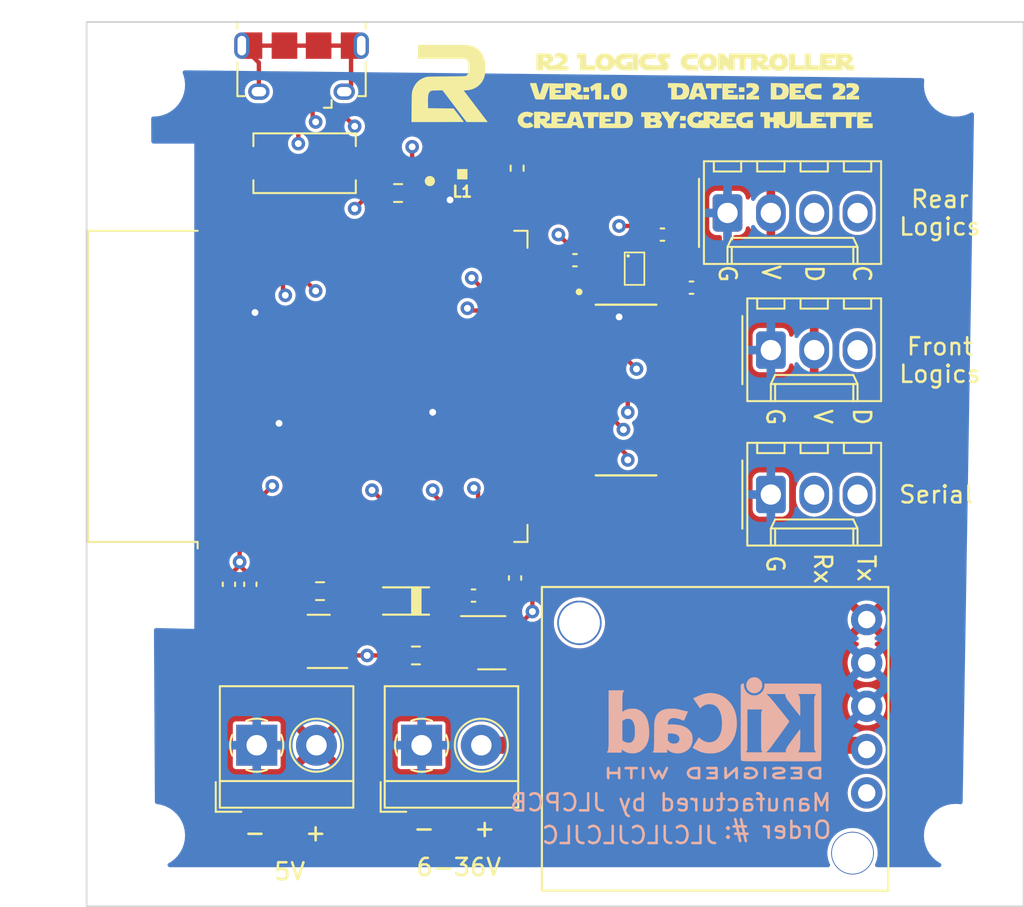
<source format=kicad_pcb>
(kicad_pcb (version 20211014) (generator pcbnew)
  (layers (0 "F.Cu" signal) (1 "In1.Cu" signal) (2 "In2.Cu" signal) (31 "B.Cu" signal) (34 "B.Paste" user) (35 "F.Paste" user) (36 "B.SilkS" user "B.Silkscreen") (37 "F.SilkS" user "F.Silkscreen") (38 "B.Mask" user) (39 "F.Mask" user) (44 "Edge.Cuts" user))
  (net 0 "")
  (net 1 "RX_FU")
  (net 2 "GND")
  (net 3 "+3.3V")
  (net 4 "VIN")
  (net 5 "VBUS")
  (net 7 "D-")
  (net 8 "D+")
  (net 10 "unconnected-(J1-Pad6)")
  (net 13 "+5V")
  (net 14 "REAR_LOGICS_CLOCK")
  (net 16 "Net-(R3-Pad1)")
  (net 17 "ST_LED_D")
  (net 22 "TX_FU")
  (net 30 "GPIO0")
  (net 33 "TXD0")
  (net 34 "RXD0")
  (net 42 "DTR")
  (net 43 "RTS")
  (net 45 "RESET")
  (net 46 "+12V")
  (net 47 "Net-(L1-Pad3)")
  (net 56 "REAR_LOGICS")
  (net 57 "FRONT_LOGICS")
  (footprint "Connector_Molex:Molex_KK-254_AE-6410-04A_1x04_P2.54mm_Vertical" (layer "F.Cu") (at 121.636 92.266)
    (fp_text reference "J2" hide)
    (fp_text value "Conn_01x04" hide)
    (pad "1" thru_hole roundrect locked (at 0 0) (size 1.74 2.19) (drill 1.19) (layers *.Cu *.Mask) (roundrect_rratio 0.1436781609) (net 2 "GND"))
    (pad "2" thru_hole oval locked (at 2.54 0) (size 1.74 2.19) (drill 1.19) (layers *.Cu *.Mask) (net 13 "+5V"))
    (pad "3" thru_hole oval locked (at 5.08 0) (size 1.74 2.19) (drill 1.19) (layers *.Cu *.Mask) (net 56 "REAR_LOGICS"))
    (pad "4" thru_hole oval locked (at 7.62 0) (size 1.74 2.19) (drill 1.19) (layers *.Cu *.Mask) (net 14 "REAR_LOGICS_CLOCK"))
  )
  (footprint "Capacitor_SMD:C_0402_1005Metric" (layer "F.Cu") (at 92.426 114.034 -90)
    (fp_text reference "C2" hide)
    (fp_text value "10uF" hide)
    (pad "1" smd roundrect locked (at -0.48 0 270) (size 0.56 0.62) (layers "F.Cu" "F.Paste" "F.Mask") (net 3 "+3.3V"))
    (pad "2" smd roundrect locked (at 0.48 0 270) (size 0.56 0.62) (layers "F.Cu" "F.Paste" "F.Mask") (net 2 "GND"))
  )
  (footprint "Custom:TS-1101S-B-B-B-W-A" (layer "F.Cu") (at 96.859 89.351)
    (fp_text reference "SW1" hide)
    (fp_text value "SW_Push" hide)
    (pad "1" smd roundrect (at -3.9 0) (size 2.2 1) (layers "F.Cu" "F.Paste" "F.Mask") (roundrect_rratio 0.1) (net 2 "GND"))
    (pad "2" smd roundrect (at 3.9 0) (size 2.2 1) (layers "F.Cu" "F.Paste" "F.Mask") (roundrect_rratio 0.1) (net 45 "RESET"))
  )
  (footprint "Resistor_SMD:R_0603_1608Metric" (layer "F.Cu") (at 103.38 118.206)
    (fp_text reference "R2" hide)
    (fp_text value "100K" hide)
    (pad "1" smd roundrect locked (at -0.825 0) (size 0.8 0.95) (layers "F.Cu" "F.Paste" "F.Mask") (net 5 "VBUS"))
    (pad "2" smd roundrect locked (at 0.825 0) (size 0.8 0.95) (layers "F.Cu" "F.Paste" "F.Mask") (net 2 "GND"))
  )
  (footprint "Resistor_SMD:R_0603_1608Metric" (layer "F.Cu") (at 102.336 91.098)
    (fp_text reference "R1" hide)
    (fp_text value "10K" hide)
    (pad "1" smd roundrect locked (at -0.825 0) (size 0.8 0.95) (layers "F.Cu" "F.Paste" "F.Mask") (net 3 "+3.3V"))
    (pad "2" smd roundrect locked (at 0.825 0) (size 0.8 0.95) (layers "F.Cu" "F.Paste" "F.Mask") (net 45 "RESET"))
  )
  (footprint "TerminalBlock_4Ucon:TerminalBlock_4Ucon_1x02_P3.50mm_Horizontal" (layer "F.Cu") (at 94.054 123.47)
    (fp_text reference "J7" hide)
    (fp_text value "5V OUT" hide)
    (pad "1" thru_hole rect locked (at 0 0) (size 2.4 2.4) (drill 1.2) (layers *.Cu *.Mask) (net 2 "GND"))
    (pad "2" thru_hole circle locked (at 3.5 0) (size 2.4 2.4) (drill 1.2) (layers *.Cu *.Mask) (net 13 "+5V"))
  )
  (footprint "Capacitor_SMD:C_0402_1005Metric" (layer "F.Cu") (at 112.698 95.036)
    (fp_text reference "C4" hide)
    (fp_text value "10uF" hide)
    (pad "1" smd roundrect locked (at -0.48 0) (size 0.56 0.62) (layers "F.Cu" "F.Paste" "F.Mask") (net 3 "+3.3V"))
    (pad "2" smd roundrect locked (at 0.48 0) (size 0.56 0.62) (layers "F.Cu" "F.Paste" "F.Mask") (net 2 "GND"))
  )
  (footprint "MountingHole:MountingHole_3.2mm_M3" (layer "F.Cu") (at 88 84.762)
    (fp_text reference "REF**" hide)
    (fp_text value "MountingHole_3.2mm_M3" hide)
    (pad "" np_thru_hole circle locked (at 0 0) (size 3.2 3.2) (drill 3.2) (layers *.Cu *.Mask))
  )
  (footprint "Connector_Molex:Molex_KK-254_AE-6410-03A_1x03_P2.54mm_Vertical" (layer "F.Cu") (at 124.176 108.774)
    (fp_text reference "J12" hide)
    (fp_text value "SERIAL_FU" hide)
    (pad "1" thru_hole roundrect locked (at 0 0) (size 1.74 2.19) (drill 1.19) (layers *.Cu *.Mask) (roundrect_rratio 0.1436781609) (net 2 "GND"))
    (pad "2" thru_hole oval locked (at 2.54 0) (size 1.74 2.19) (drill 1.19) (layers *.Cu *.Mask) (net 1 "RX_FU"))
    (pad "3" thru_hole oval locked (at 5.08 0) (size 1.74 2.19) (drill 1.19) (layers *.Cu *.Mask) (net 22 "TX_FU"))
  )
  (footprint "Custom:SOD3716X135N" (layer "F.Cu") (at 102.8045 115.0145 180)
    (fp_text reference "CR1" hide)
    (fp_text value "B5819W-TP" hide)
    (pad "A" smd rect (at 1.6383 0 180) (size 0.9144 1.2192) (layers "F.Cu" "F.Paste" "F.Mask") (net 5 "VBUS"))
    (pad "C" smd rect (at -1.6383 0 180) (size 0.9144 1.2192) (layers "F.Cu" "F.Paste" "F.Mask") (net 4 "VIN"))
  )
  (footprint "MountingHole:MountingHole_3.2mm_M3" (layer "F.Cu") (at 135 84.762)
    (fp_text reference "REF**" hide)
    (fp_text value "MountingHole_3.2mm_M3" hide)
    (pad "" np_thru_hole circle locked (at 0 0) (size 3.2 3.2) (drill 3.2) (layers *.Cu *.Mask))
  )
  (footprint "Resistor_SMD:R_0603_1608Metric" (layer "F.Cu") (at 97.764 114.436)
    (fp_text reference "R3" hide)
    (fp_text value "100K" hide)
    (pad "1" smd roundrect locked (at -0.825 0) (size 0.8 0.95) (layers "F.Cu" "F.Paste" "F.Mask") (net 16 "Net-(R3-Pad1)"))
    (pad "2" smd roundrect locked (at 0.825 0) (size 0.8 0.95) (layers "F.Cu" "F.Paste" "F.Mask") (net 4 "VIN"))
  )
  (footprint "Capacitor_SMD:C_0402_1005Metric" (layer "F.Cu") (at 109.19 113.664 90)
    (fp_text reference "C7" hide)
    (fp_text value "1uF" hide)
    (pad "1" smd roundrect locked (at -0.48 0 90) (size 0.56 0.62) (layers "F.Cu" "F.Paste" "F.Mask") (net 3 "+3.3V"))
    (pad "2" smd roundrect locked (at 0.48 0 90) (size 0.56 0.62) (layers "F.Cu" "F.Paste" "F.Mask") (net 2 "GND"))
  )
  (footprint "MountingHole:MountingHole_3.2mm_M3" (layer "F.Cu") (at 135 128.762)
    (fp_text reference "REF**" hide)
    (fp_text value "MountingHole_3.2mm_M3" hide)
    (pad "" np_thru_hole circle locked (at 0 0) (size 3.2 3.2) (drill 3.2) (layers *.Cu *.Mask))
  )
  (footprint "Custom:SOIC127P600X180-16N" (layer "F.Cu") (at 115.691 102.648)
    (fp_text reference "U4" hide)
    (fp_text value "CH340C" hide)
    (pad "1" smd roundrect (at -2.75 -4.445) (size 1.31 0.62) (layers "F.Cu" "F.Paste" "F.Mask") (roundrect_rratio 0.08) (net 2 "GND"))
    (pad "2" smd roundrect (at -2.75 -3.175) (size 1.31 0.62) (layers "F.Cu" "F.Paste" "F.Mask") (roundrect_rratio 0.08) (net 34 "RXD0"))
    (pad "3" smd roundrect (at -2.75 -1.905) (size 1.31 0.62) (layers "F.Cu" "F.Paste" "F.Mask") (roundrect_rratio 0.08) (net 33 "TXD0"))
    (pad "4" smd roundrect (at -2.75 -0.635) (size 1.31 0.62) (layers "F.Cu" "F.Paste" "F.Mask") (roundrect_rratio 0.08) (net 3 "+3.3V"))
    (pad "5" smd roundrect (at -2.75 0.635) (size 1.31 0.62) (layers "F.Cu" "F.Paste" "F.Mask") (roundrect_rratio 0.08) (net 8 "D+"))
    (pad "6" smd roundrect (at -2.75 1.905) (size 1.31 0.62) (layers "F.Cu" "F.Paste" "F.Mask") (roundrect_rratio 0.08) (net 7 "D-"))
    (pad "7" smd roundrect (at -2.75 3.175) (size 1.31 0.62) (layers "F.Cu" "F.Paste" "F.Mask") (roundrect_rratio 0.08))
    (pad "8" smd roundrect (at -2.75 4.445) (size 1.31 0.62) (layers "F.Cu" "F.Paste" "F.Mask") (roundrect_rratio 0.08))
    (pad "9" smd roundrect (at 2.75 4.445) (size 1.31 0.62) (layers "F.Cu" "F.Paste" "F.Mask") (roundrect_rratio 0.08))
    (pad "10" smd roundrect (at 2.75 3.175) (size 1.31 0.62) (layers "F.Cu" "F.Paste" "F.Mask") (roundrect_rratio 0.08))
    (pad "11" smd roundrect (at 2.75 1.905) (size 1.31 0.62) (layers "F.Cu" "F.Paste" "F.Mask") (roundrect_rratio 0.08))
    (pad "12" smd roundrect (at 2.75 0.635) (size 1.31 0.62) (layers "F.Cu" "F.Paste" "F.Mask") (roundrect_rratio 0.08))
    (pad "13" smd roundrect (at 2.75 -0.635) (size 1.31 0.62) (layers "F.Cu" "F.Paste" "F.Mask") (roundrect_rratio 0.08) (net 42 "DTR"))
    (pad "14" smd roundrect (at 2.75 -1.905) (size 1.31 0.62) (layers "F.Cu" "F.Paste" "F.Mask") (roundrect_rratio 0.08) (net 43 "RTS"))
    (pad "15" smd roundrect (at 2.75 -3.175) (size 1.31 0.62) (layers "F.Cu" "F.Paste" "F.Mask") (roundrect_rratio 0.08))
    (pad "16" smd roundrect (at 2.75 -4.445) (size 1.31 0.62) (layers "F.Cu" "F.Paste" "F.Mask") (roundrect_rratio 0.08) (net 3 "+3.3V"))
  )
  (footprint "Capacitor_SMD:C_0402_1005Metric" (layer "F.Cu") (at 119.528 96.646)
    (fp_text reference "C6" hide)
    (fp_text value "100nF" hide)
    (pad "1" smd roundrect locked (at -0.48 0) (size 0.56 0.62) (layers "F.Cu" "F.Paste" "F.Mask") (net 3 "+3.3V"))
    (pad "2" smd roundrect locked (at 0.48 0) (size 0.56 0.62) (layers "F.Cu" "F.Paste" "F.Mask") (net 2 "GND"))
  )
  (footprint "Capacitor_SMD:C_0402_1005Metric" (layer "F.Cu") (at 106.756 114.696 180)
    (fp_text reference "C5" hide)
    (fp_text value "1uF" hide)
    (pad "1" smd roundrect locked (at -0.48 0 180) (size 0.56 0.62) (layers "F.Cu" "F.Paste" "F.Mask") (net 2 "GND"))
    (pad "2" smd roundrect locked (at 0.48 0 180) (size 0.56 0.62) (layers "F.Cu" "F.Paste" "F.Mask") (net 4 "VIN"))
  )
  (footprint "Pololu:VoltageREG_2851" (layer "F.Cu") (at 120.912 123.094 180)
    (fp_text reference "U6" hide)
    (fp_text value "D24V550F5_Step_Down_Regulator" hide)
    (pad "0" thru_hole circle (at -8.88 -3.17 180) (size 1.836 1.836) (drill 1.02) (layers *.Cu *.Mask))
    (pad "1" thru_hole circle (at -8.88 -0.63 180) (size 1.836 1.836) (drill 1.02) (layers *.Cu *.Mask) (net 46 "+12V"))
    (pad "2" thru_hole circle (at -8.88 1.91 180) (size 1.836 1.836) (drill 1.02) (layers *.Cu *.Mask) (net 2 "GND"))
    (pad "4" thru_hole circle (at -8.88 4.45 180) (size 1.836 1.836) (drill 1.02) (layers *.Cu *.Mask) (net 2 "GND"))
    (pad "5" thru_hole circle (at -8.88 6.99 180) (size 1.836 1.836) (drill 1.02) (layers *.Cu *.Mask) (net 13 "+5V"))
    (pad "P1" thru_hole circle (at -8.05 -6.7 180) (size 2.5 2.5) (drill 2.4) (layers *.Cu *.Mask))
    (pad "P2" thru_hole circle (at 7.95 6.8 180) (size 2.6 2.6) (drill 2.4) (layers *.Cu *.Mask))
  )
  (footprint "Capacitor_SMD:C_0402_1005Metric" (layer "F.Cu") (at 93.68 114.034 -90)
    (fp_text reference "C3" hide)
    (fp_text value "100nF" hide)
    (pad "1" smd roundrect locked (at -0.48 0 270) (size 0.56 0.62) (layers "F.Cu" "F.Paste" "F.Mask") (net 3 "+3.3V"))
    (pad "2" smd roundrect locked (at 0.48 0 270) (size 0.56 0.62) (layers "F.Cu" "F.Paste" "F.Mask") (net 2 "GND"))
  )
  (footprint "TerminalBlock_4Ucon:TerminalBlock_4Ucon_1x02_P3.50mm_Horizontal" (layer "F.Cu") (at 103.714 123.47)
    (fp_text reference "J5" hide)
    (fp_text value "12OUT" hide)
    (pad "1" thru_hole rect locked (at 0 0) (size 2.4 2.4) (drill 1.2) (layers *.Cu *.Mask) (net 2 "GND"))
    (pad "2" thru_hole circle locked (at 3.5 0) (size 2.4 2.4) (drill 1.2) (layers *.Cu *.Mask) (net 46 "+12V"))
  )
  (footprint "Logos:DomeLogicsControllerv2small" (layer "F.Cu") (at 119.604 84.9)
    (fp_text reference "G***" hide)
    (fp_text value "LOGO" hide)
  )
  (footprint "Custom:WS2812B-2020" (layer "F.Cu") (at 106.098 89.397 180)
    (fp_text reference "L1" (at 0 -1.624 180) (layer "F.SilkS") (effects (font (size 0.64 0.64))))
    (fp_text value "WS2812B-2020")
    (pad "1" smd rect (at 1.015 0.65 180) (size 1 1) (layers "F.Cu" "F.Paste" "F.Mask"))
    (pad "2" smd rect (at 1.015 -0.65 180) (size 1 1) (layers "F.Cu" "F.Paste" "F.Mask") (net 2 "GND"))
    (pad "3" smd rect (at -1.015 -0.65 180) (size 1 1) (layers "F.Cu" "F.Paste" "F.Mask") (net 47 "Net-(L1-Pad3)"))
    (pad "4" smd rect (at -1.015 0.65 180) (size 1 1) (layers "F.Cu" "F.Paste" "F.Mask") (net 13 "+5V"))
  )
  (footprint "Package_TO_SOT_SMD:SOT-23" (layer "F.Cu") (at 97.686 117.382 180)
    (fp_text reference "U2" hide)
    (fp_text value "CJ2301_S1" hide)
    (pad "1" smd roundrect (at -0.9375 -0.95 180) (size 1.475 0.6) (layers "F.Cu" "F.Paste" "F.Mask") (net 5 "VBUS"))
    (pad "2" smd roundrect (at -0.9375 0.95 180) (size 1.475 0.6) (layers "F.Cu" "F.Paste" "F.Mask") (net 4 "VIN"))
    (pad "3" smd roundrect (at 0.9375 0 180) (size 1.475 0.6) (layers "F.Cu" "F.Paste" "F.Mask") (net 13 "+5V"))
  )
  (footprint "Custom:UMT6" (layer "F.Cu") (at 116.189 95.5318)
    (fp_text reference "U5" hide)
    (fp_text value "UMH3N" hide)
    (pad "1" smd rect (at -0.925 -0.65) (size 0.5 0.3) (layers "F.Cu") (net 43 "RTS"))
    (pad "2" smd rect (at -0.925 0) (size 0.5 0.3) (layers "F.Cu") (net 42 "DTR"))
    (pad "3" smd rect (at -0.925 0.65) (size 0.5 0.3) (layers "F.Cu") (net 30 "GPIO0"))
    (pad "4" smd rect (at 0.925 0.65 180) (size 0.5 0.3) (layers "F.Cu") (net 42 "DTR"))
    (pad "5" smd rect (at 0.925 0 180) (size 0.5 0.3) (layers "F.Cu") (net 43 "RTS"))
    (pad "6" smd rect (at 0.925 -0.65 180) (size 0.5 0.3) (layers "F.Cu") (net 45 "RESET"))
  )
  (footprint "Logos:R2_Logo_V2" (layer "F.Cu") (at 105.346 85.03)
    (fp_text reference "G***" hide)
    (fp_text value "LOGO" hide)
  )
  (footprint "MountingHole:MountingHole_3.2mm_M3" (layer "F.Cu") (at 88 128.762)
    (fp_text reference "REF**" hide)
    (fp_text value "MountingHole_3.2mm_M3" hide)
    (pad "" np_thru_hole circle locked (at 0 0) (size 3.2 3.2) (drill 3.2) (layers *.Cu *.Mask))
  )
  (footprint "Capacitor_SMD:C_0402_1005Metric" (layer "F.Cu") (at 117.826 93.536)
    (fp_text reference "C1" hide)
    (fp_text value "100nF" hide)
    (pad "1" smd roundrect locked (at -0.48 0) (size 0.56 0.62) (layers "F.Cu" "F.Paste" "F.Mask") (net 45 "RESET"))
    (pad "2" smd roundrect locked (at 0.48 0) (size 0.56 0.62) (layers "F.Cu" "F.Paste" "F.Mask") (net 2 "GND"))
  )
  (footprint "Connector_Molex:Molex_KK-254_AE-6410-03A_1x03_P2.54mm_Vertical" (layer "F.Cu") (at 124.176 100.306)
    (fp_text reference "J3" hide)
    (fp_text value "Front Logics" hide)
    (pad "1" thru_hole roundrect locked (at 0 0) (size 1.74 2.19) (drill 1.19) (layers *.Cu *.Mask) (roundrect_rratio 0.1436781609) (net 2 "GND"))
    (pad "2" thru_hole oval locked (at 2.54 0) (size 1.74 2.19) (drill 1.19) (layers *.Cu *.Mask) (net 13 "+5V"))
    (pad "3" thru_hole oval locked (at 5.08 0) (size 1.74 2.19) (drill 1.19) (layers *.Cu *.Mask) (net 57 "FRONT_LOGICS"))
  )
  (footprint "Resistor_SMD:R_0402_1005Metric" (layer "F.Cu") (at 109.31 89.644 90)
    (fp_text reference "R4" hide)
    (fp_text value "220" hide)
    (pad "1" smd roundrect locked (at -0.51 0 90) (size 0.54 0.64) (layers "F.Cu" "F.Paste" "F.Mask") (net 17 "ST_LED_D"))
    (pad "2" smd roundrect locked (at 0.51 0 90) (size 0.54 0.64) (layers "F.Cu" "F.Paste" "F.Mask") (net 47 "Net-(L1-Pad3)"))
  )
  (footprint "RF_Module:ESP32-WROOM-32" (layer "F.Cu") (at 100.038 102.432 90)
    (fp_text reference "U1" hide)
    (fp_text value "ESP32-WROOM-32D_16MB_" hide)
    (pad "1" smd rect locked (at -8.5 -8.255 90) (size 2 0.9) (layers "F.Cu" "F.Paste" "F.Mask") (net 2 "GND"))
    (pad "2" smd rect locked (at -8.5 -6.985 90) (size 2 0.9) (layers "F.Cu" "F.Paste" "F.Mask") (net 3 "+3.3V"))
    (pad "3" smd rect locked (at -8.5 -5.715 90) (size 2 0.9) (layers "F.Cu" "F.Paste" "F.Mask") (net 45 "RESET"))
    (pad "4" smd rect locked (at -8.5 -4.445 90) (size 2 0.9) (layers "F.Cu" "F.Paste" "F.Mask"))
    (pad "5" smd rect locked (at -8.5 -3.175 90) (size 2 0.9) (layers "F.Cu" "F.Paste" "F.Mask"))
    (pad "6" smd rect locked (at -8.5 -1.905 90) (size 2 0.9) (layers "F.Cu" "F.Paste" "F.Mask"))
    (pad "7" smd rect locked (at -8.5 -0.635 90) (size 2 0.9) (layers "F.Cu" "F.Paste" "F.Mask"))
    (pad "8" smd rect locked (at -8.5 0.635 90) (size 2 0.9) (layers "F.Cu" "F.Paste" "F.Mask"))
    (pad "9" smd rect locked (at -8.5 1.905 90) (size 2 0.9) (layers "F.Cu" "F.Paste" "F.Mask") (net 56 "REAR_LOGICS"))
    (pad "10" smd rect locked (at -8.5 3.175 90) (size 2 0.9) (layers "F.Cu" "F.Paste" "F.Mask"))
    (pad "11" smd rect locked (at -8.5 4.445 90) (size 2 0.9) (layers "F.Cu" "F.Paste" "F.Mask"))
    (pad "12" smd rect locked (at -8.5 5.715 90) (size 2 0.9) (layers "F.Cu" "F.Paste" "F.Mask") (net 22 "TX_FU"))
    (pad "13" smd rect locked (at -8.5 6.985 90) (size 2 0.9) (layers "F.Cu" "F.Paste" "F.Mask") (net 1 "RX_FU"))
    (pad "14" smd rect locked (at -8.5 8.255 90) (size 2 0.9) (layers "F.Cu" "F.Paste" "F.Mask"))
    (pad "15" smd rect locked (at -5.715 9.255 180) (size 2 0.9) (layers "F.Cu" "F.Paste" "F.Mask") (net 2 "GND"))
    (pad "16" smd rect locked (at -4.445 9.255 180) (size 2 0.9) (layers "F.Cu" "F.Paste" "F.Mask"))
    (pad "17" smd rect locked (at -3.175 9.255 180) (size 2 0.9) (layers "F.Cu" "F.Paste" "F.Mask"))
    (pad "18" smd rect locked (at -1.905 9.255 180) (size 2 0.9) (layers "F.Cu" "F.Paste" "F.Mask"))
    (pad "19" smd rect locked (at -0.635 9.255 180) (size 2 0.9) (layers "F.Cu" "F.Paste" "F.Mask"))
    (pad "20" smd rect locked (at 0.635 9.255 180) (size 2 0.9) (layers "F.Cu" "F.Paste" "F.Mask"))
    (pad "21" smd rect locked (at 1.905 9.255 180) (size 2 0.9) (layers "F.Cu" "F.Paste" "F.Mask"))
    (pad "22" smd rect locked (at 3.175 9.255 180) (size 2 0.9) (layers "F.Cu" "F.Paste" "F.Mask"))
    (pad "23" smd rect locked (at 4.445 9.255 180) (size 2 0.9) (layers "F.Cu" "F.Paste" "F.Mask") (net 57 "FRONT_LOGICS"))
    (pad "24" smd rect locked (at 5.715 9.255 180) (size 2 0.9) (layers "F.Cu" "F.Paste" "F.Mask") (net 14 "REAR_LOGICS_CLOCK"))
    (pad "25" smd rect locked (at 8.5 8.255 90) (size 2 0.9) (layers "F.Cu" "F.Paste" "F.Mask") (net 30 "GPIO0"))
    (pad "26" smd rect locked (at 8.5 6.985 90) (size 2 0.9) (layers "F.Cu" "F.Paste" "F.Mask") (net 17 "ST_LED_D"))
    (pad "27" smd rect locked (at 8.5 5.715 90) (size 2 0.9) (layers "F.Cu" "F.Paste" "F.Mask"))
    (pad "28" smd rect locked (at 8.5 4.445 90) (size 2 0.9) (layers "F.Cu" "F.Paste" "F.Mask"))
    (pad "29" smd rect locked (at 8.5 3.175 90) (size 2 0.9) (layers "F.Cu" "F.Paste" "F.Mask"))
    (pad "30" smd rect locked (at 8.5 1.905 90) (size 2 0.9) (layers "F.Cu" "F.Paste" "F.Mask"))
    (pad "31" smd rect locked (at 8.5 0.635 90) (size 2 0.9) (layers "F.Cu" "F.Paste" "F.Mask"))
    (pad "32" smd rect locked (at 8.5 -0.635 90) (size 2 0.9) (layers "F.Cu" "F.Paste" "F.Mask"))
    (pad "33" smd rect locked (at 8.5 -1.905 90) (size 2 0.9) (layers "F.Cu" "F.Paste" "F.Mask"))
    (pad "34" smd rect locked (at 8.5 -3.175 90) (size 2 0.9) (layers "F.Cu" "F.Paste" "F.Mask") (net 34 "RXD0"))
    (pad "35" smd rect locked (at 8.5 -4.445 90) (size 2 0.9) (layers "F.Cu" "F.Paste" "F.Mask") (net 33 "TXD0"))
    (pad "36" smd rect locked (at 8.5 -5.715 90) (size 2 0.9) (layers "F.Cu" "F.Paste" "F.Mask"))
    (pad "37" smd rect locked (at 8.5 -6.985 90) (size 2 0.9) (layers "F.Cu" "F.Paste" "F.Mask"))
    (pad "38" smd rect locked (at 8.5 -8.255 90) (size 2 0.9) (layers "F.Cu" "F.Paste" "F.Mask") (net 2 "GND"))
    (pad "39" smd rect locked (at -1 -0.755 90) (size 5 5) (layers "F.Cu" "F.Paste" "F.Mask") (net 2 "GND"))
  )
  (footprint "Connector_USB:USB_Micro-B_Amphenol_10118194_Horizontal" (layer "F.Cu") (at 96.68 83.758 180)
    (fp_text reference "J1" hide)
    (fp_text value "USB_B_Micro" hide)
    (pad "1" smd rect locked (at -1.3 -1.4 180) (size 0.4 1.35) (layers "F.Cu" "F.Paste" "F.Mask") (net 5 "VBUS"))
    (pad "2" smd rect locked (at -0.65 -1.4 180) (size 0.4 1.35) (layers "F.Cu" "F.Paste" "F.Mask") (net 7 "D-"))
    (pad "3" smd rect locked (at 0 -1.4 180) (size 0.4 1.35) (layers "F.Cu" "F.Paste" "F.Mask") (net 8 "D+"))
    (pad "4" smd rect locked (at 0.65 -1.4 180) (size 0.4 1.35) (layers "F.Cu" "F.Paste" "F.Mask"))
    (pad "5" smd rect locked (at 1.3 -1.4 180) (size 0.4 1.35) (layers "F.Cu" "F.Paste" "F.Mask") (net 2 "GND"))
    (pad "6" thru_hole oval locked (at 2.5 -1.4 180) (size 1.25 0.95) (drill oval 0.85 0.55) (layers *.Cu *.Mask) (net 10 "unconnected-(J1-Pad6)"))
    (pad "6" smd rect locked (at -1 1.3 180) (size 1.5 1.55) (layers "F.Cu" "F.Paste" "F.Mask") (net 10 "unconnected-(J1-Pad6)"))
    (pad "6" thru_hole oval locked (at -3.5 1.3 180) (size 0.89 1.55) (drill oval 0.5 1.15) (layers *.Cu *.Mask) (net 10 "unconnected-(J1-Pad6)"))
    (pad "6" smd rect locked (at 1 1.3 180) (size 1.5 1.55) (layers "F.Cu" "F.Paste" "F.Mask") (net 10 "unconnected-(J1-Pad6)"))
    (pad "6" smd rect locked (at -2.9 1.3 180) (size 1.2 1.55) (layers "F.Cu" "F.Paste" "F.Mask") (net 10 "unconnected-(J1-Pad6)"))
    (pad "6" smd rect locked (at 2.9 1.3 180) (size 1.2 1.55) (layers "F.Cu" "F.Paste" "F.Mask") (net 10 "unconnected-(J1-Pad6)"))
    (pad "6" thru_hole oval locked (at 3.5 1.3 180) (size 0.89 1.55) (drill oval 0.5 1.15) (layers *.Cu *.Mask) (net 10 "unconnected-(J1-Pad6)"))
    (pad "6" thru_hole oval locked (at -2.5 -1.4 180) (size 1.25 0.95) (drill oval 0.85 0.55) (layers *.Cu *.Mask) (net 10 "unconnected-(J1-Pad6)"))
  )
  (footprint "Package_TO_SOT_SMD:SOT-23-5" (layer "F.Cu") (at 107.826 117.46)
    (fp_text reference "U3" hide)
    (fp_text value "ME6211C33M5G" hide)
    (pad "1" smd roundrect locked (at -1.1375 -0.95) (size 1.325 0.6) (layers "F.Cu" "F.Paste" "F.Mask") (net 4 "VIN"))
    (pad "2" smd roundrect locked (at -1.1375 0) (size 1.325 0.6) (layers "F.Cu" "F.Paste" "F.Mask") (net 2 "GND"))
    (pad "3" smd roundrect locked (at -1.1375 0.95) (size 1.325 0.6) (layers "F.Cu" "F.Paste" "F.Mask") (net 16 "Net-(R3-Pad1)"))
    (pad "4" smd roundrect locked (at 1.1375 0.95) (size 1.325 0.6) (layers "F.Cu" "F.Paste" "F.Mask"))
    (pad "5" smd roundrect locked (at 1.1375 -0.95) (size 1.325 0.6) (layers "F.Cu" "F.Paste" "F.Mask") (net 3 "+3.3V"))
  )
  (footprint "Symbol:KiCad-Logo2_5mm_SilkScreen" (layer "B.Cu") (at 120.86 122.466 180)
    (fp_text reference "REF**" hide)
    (fp_text value "KiCad-Logo2_5mm_SilkScreen" hide)
  )
  (gr_rect (start 84.086 81.072) (end 138.982 132.918) (layer "Edge.Cuts") (width 0.1) (fill none))
  (gr_text "Manufactured by JLCPCB\nOrder #:" (at 127.81 127.636) (layer "B.SilkS") (effects (font (size 1 1)) (justify left mirror)))
  (gr_text "JLCJLCJLCJLC" (at 115.91 128.746) (layer "B.SilkS") (effects (font (size 1 1)) (justify mirror)))
  (gr_text "Serial" (at 133.867714 108.776) (layer "F.SilkS") (effects (font (size 1 1))))
  (gr_text "Tx" (at 129.764 113.094 270) (layer "F.SilkS") (effects (font (size 1 1))))
  (gr_text "-" (at 103.856 128.334) (layer "F.SilkS") (effects (font (size 1 1))))
  (gr_text "D" (at 129.51 104.204 270) (layer "F.SilkS") (effects (font (size 1 1))))
  (gr_text "V" (at 127.224 104.204 270) (layer "F.SilkS") (effects (font (size 1 1))))
  (gr_text "+" (at 97.506 128.588) (layer "F.SilkS") (effects (font (size 1 1))))
  (gr_text "5V" (at 95.982 130.874) (layer "F.SilkS") (effects (font (size 1 1))))
  (gr_text "G" (at 124.43 104.204 270) (layer "F.SilkS") (effects (font (size 1 1))))
  (gr_text "D" (at 126.716 95.822 270) (layer "F.SilkS") (effects (font (size 1 1))))
  (gr_text "Rear\nLogics" (at 134.082 92.266) (layer "F.SilkS") (effects (font (size 1 1))))
  (gr_text "V" (at 124.176 95.750571 270) (layer "F.SilkS") (effects (font (size 1 1))))
  (gr_text "Rx" (at 127.224 113.094 270) (layer "F.SilkS") (effects (font (size 1 1))))
  (gr_text "G" (at 121.636 95.822 270) (layer "F.SilkS") (effects (font (size 1 1))))
  (gr_text "-" (at 93.95 128.588) (layer "F.SilkS") (effects (font (size 1 1))))
  (gr_text "Front\nLogics" (at 134.082 100.902) (layer "F.SilkS") (effects (font (size 1 1))))
  (gr_text "+" (at 107.412 128.334) (layer "F.SilkS") (effects (font (size 1 1))))
  (gr_text "6-36V" (at 105.888 130.62) (layer "F.SilkS") (effects (font (size 1 1))))
  (gr_text "C" (at 129.51 95.822 270) (layer "F.SilkS") (effects (font (size 1 1))))
  (gr_text "G" (at 124.43 112.84 270) (layer "F.SilkS") (effects (font (size 1 1))))
  (segment (start 107.023 110.932) (end 107.023 108.641) (width 0.25) (layer "F.Cu") (net 1))
  (segment (start 107.023 108.641) (end 106.777 108.395) (width 0.25) (layer "F.Cu") (net 1))
  (via (at 106.777 108.395) (size 0.8) (drill 0.4) (layers "F.Cu" "B.Cu") (net 1))
  (segment (start 92.959 88.939) (end 95.38 86.518) (width 0.254) (layer "F.Cu") (net 2))
  (segment (start 103.846 103.432) (end 99.283 103.432) (width 0.254) (layer "F.Cu") (net 2))
  (segment (start 104.364 103.95) (end 103.846 103.432) (width 0.254) (layer "F.Cu") (net 2))
  (segment (start 118.306 93.508) (end 116.81 92.012) (width 0.254) (layer "F.Cu") (net 2))
  (segment (start 99.283 103.432) (end 96.529 103.432) (width 0.254) (layer "F.Cu") (net 2))
  (segment (start 93.68 114.514) (end 92.426 114.514) (width 0.254) (layer "F.Cu") (net 2))
  (segment (start 93.9545 98.1035) (end 91.783 95.932) (width 0.254) (layer "F.Cu") (net 2))
  (segment (start 120.008 95.238) (end 118.306 93.536) (width 0.254) (layer "F.Cu") (net 2))
  (segment (start 108.748 113.184) (end 107.236 114.696) (width 0.254) (layer "F.Cu") (net 2))
  (segment (start 110.714 109.538) (end 109.323 108.147) (width 0.254) (layer "F.Cu") (net 2))
  (segment (start 113.703 98.203) (end 115.127 98.203) (width 0.254) (layer "F.Cu") (net 2))
  (segment (start 91.783 95.932) (end 91.783 93.932) (width 0.254) (layer "F.Cu") (net 2))
  (segment (start 91.783 90.527) (end 92.959 89.351) (width 0.254) (layer "F.Cu") (net 2))
  (segment (start 107.92 116.614901) (end 107.92 115.38) (width 0.254) (layer "F.Cu") (net 2))
  (segment (start 104.205 118.206) (end 104.951 117.46) (width 0.254) (layer "F.Cu") (net 2))
  (segment (start 109.323 108.147) (end 109.293 108.147) (width 0.254) (layer "F.Cu") (net 2))
  (segment (start 91.156 111.559) (end 91.783 110.932) (width 0.254) (layer "F.Cu") (net 2))
  (segment (start 96.529 103.432) (end 95.3615 104.5995) (width 0.254) (layer "F.Cu") (net 2))
  (segment (start 107.074901 117.46) (end 107.92 116.614901) (width 0.254) (layer "F.Cu") (net 2))
  (segment (start 91.56 114.514) (end 91.156 114.11) (width 0.254) (layer "F.Cu") (net 2))
  (segment (start 116.81 92.012) (end 114.524 92.012) (width 0.254) (layer "F.Cu") (net 2))
  (segment (start 109.293 108.147) (end 108.561 108.147) (width 0.254) (layer "F.Cu") (net 2))
  (segment (start 99.283 103.432) (end 93.9545 98.1035) (width 0.254) (layer "F.Cu") (net 2))
  (segment (start 92.426 114.514) (end 91.56 114.514) (width 0.254) (layer "F.Cu") (net 2))
  (segment (start 108.561 108.147) (end 104.364 103.95) (width 0.254) (layer "F.Cu") (net 2))
  (segment (start 109.19 112.84) (end 110.714 111.316) (width 0.254) (layer "F.Cu") (net 2))
  (segment (start 105.083 90.047) (end 105.083 91.207) (width 0.254) (layer "F.Cu") (net 2))
  (segment (start 104.951 117.46) (end 106.6885 117.46) (width 0.254) (layer "F.Cu") (net 2))
  (segment (start 114.524 92.012) (end 113.178 93.358) (width 0.254) (layer "F.Cu") (net 2))
  (segment (start 91.783 93.932) (end 91.783 90.527) (width 0.254) (layer "F.Cu") (net 2))
  (segment (start 120.008 96.396) (end 120.008 96.646) (width 0.254) (layer "F.Cu") (net 2))
  (segment (start 107.92 115.38) (end 107.236 114.696) (width 0.254) (layer "F.Cu") (net 2))
  (segment (start 115.127 98.203) (end 115.286 98.362) (width 0.254) (layer "F.Cu") (net 2))
  (segment (start 105.083 91.207) (end 105.38 91.504) (width 0.254) (layer "F.Cu") (net 2))
  (segment (start 121.636 94.768) (end 120.008 96.396) (width 0.254) (layer "F.Cu") (net 2))
  (segment (start 95.3615 104.5995) (end 91.783 108.178) (width 0.254) (layer "F.Cu") (net 2))
  (segment (start 120.008 96.646) (end 120.008 95.238) (width 0.254) (layer "F.Cu") (net 2))
  (segment (start 92.959 89.351) (end 92.959 88.939) (width 0.254) (layer "F.Cu") (net 2))
  (segment (start 109.19 113.184) (end 108.748 113.184) (width 0.254) (layer "F.Cu") (net 2))
  (segment (start 109.19 113.184) (end 109.19 112.84) (width 0.254) (layer "F.Cu") (net 2))
  (segment (start 91.156 114.11) (end 91.156 111.559) (width 0.254) (layer "F.Cu") (net 2))
  (segment (start 91.783 108.178) (end 91.783 110.932) (width 0.254) (layer "F.Cu") (net 2))
  (segment (start 113.178 93.358) (end 113.178 95.036) (width 0.254) (layer "F.Cu") (net 2))
  (segment (start 95.38 86.518) (end 95.38 85.158) (width 0.254) (layer "F.Cu") (net 2))
  (segment (start 118.306 93.536) (end 118.306 93.508) (width 0.254) (layer "F.Cu") (net 2))
  (segment (start 121.636 92.266) (end 121.636 94.768) (width 0.254) (layer "F.Cu") (net 2))
  (segment (start 110.714 111.316) (end 110.714 109.538) (width 0.254) (layer "F.Cu") (net 2))
  (segment (start 106.6885 117.46) (end 107.074901 117.46) (width 0.254) (layer "F.Cu") (net 2))
  (via (at 104.364 103.95) (size 0.8) (drill 0.4) (layers "F.Cu" "B.Cu") (net 2))
  (via (at 95.3615 104.5995) (size 0.8) (drill 0.4) (layers "F.Cu" "B.Cu") (net 2))
  (via (at 105.38 91.504) (size 0.8) (drill 0.4) (layers "F.Cu" "B.Cu") (net 2))
  (via (at 115.286 98.362) (size 0.8) (drill 0.4) (layers "F.Cu" "B.Cu") (net 2))
  (via (at 93.9545 98.1035) (size 0.8) (drill 0.4) (layers "F.Cu" "B.Cu") (net 2))
  (segment (start 109.199758 114.144) (end 110.989879 112.353879) (width 0.254) (layer "F.Cu") (net 3))
  (segment (start 93.053 112.927) (end 93.68 113.554) (width 0.254) (layer "F.Cu") (net 3))
  (segment (start 112.218 94.024) (end 111.73 93.536) (width 0.254) (layer "F.Cu") (net 3))
  (segment (start 110.989879 112.353879) (end 110.206 113.137758) (width 0.254) (layer "F.Cu") (net 3))
  (segment (start 112.238 111.105758) (end 112.238 109.03) (width 0.254) (layer "F.Cu") (net 3))
  (segment (start 111.476 108.268) (end 111.476 103.350286) (width 0.254) (layer "F.Cu") (net 3))
  (segment (start 112.218 95.036) (end 112.218 94.024) (width 0.254) (layer "F.Cu") (net 3))
  (segment (start 100.706 91.098) (end 99.792 92.012) (width 0.254) (layer "F.Cu") (net 3))
  (segment (start 119.048 97.596) (end 118.441 98.203) (width 0.254) (layer "F.Cu") (net 3))
  (segment (start 120.461 98.203) (end 121.128 98.87) (width 0.254) (layer "F.Cu") (net 3))
  (segment (start 111.476 103.350286) (end 112.813286 102.013) (width 0.254) (layer "F.Cu") (net 3))
  (segment (start 110.206 113.137758) (end 110.206 115.634) (width 0.254) (layer "F.Cu") (net 3))
  (segment (start 121.128 98.87) (end 121.128 109.03) (width 0.254) (layer "F.Cu") (net 3))
  (segment (start 119.048 96.646) (end 119.048 97.596) (width 0.254) (layer "F.Cu") (net 3))
  (segment (start 112.238 109.03) (end 111.476 108.268) (width 0.254) (layer "F.Cu") (net 3))
  (segment (start 118.441 98.203) (end 120.461 98.203) (width 0.254) (layer "F.Cu") (net 3))
  (segment (start 121.128 109.03) (end 119.052242 111.105758) (width 0.254) (layer "F.Cu") (net 3))
  (segment (start 110.206 115.634) (end 109.33 116.51) (width 0.254) (layer "F.Cu") (net 3))
  (segment (start 93.053 110.932) (end 93.053 112.721) (width 0.254) (layer "F.Cu") (net 3))
  (segment (start 93.053 112.927) (end 92.426 113.554) (width 0.254) (layer "F.Cu") (net 3))
  (segment (start 101.511 91.098) (end 100.706 91.098) (width 0.254) (layer "F.Cu") (net 3))
  (segment (start 93.053 112.721) (end 93.053 112.927) (width 0.254) (layer "F.Cu") (net 3))
  (segment (start 109.33 116.51) (end 108.9635 116.51) (width 0.254) (layer "F.Cu") (net 3))
  (segment (start 119.052242 111.105758) (end 112.238 111.105758) (width 0.254) (layer "F.Cu") (net 3))
  (segment (start 109.19 114.144) (end 109.199758 114.144) (width 0.254) (layer "F.Cu") (net 3))
  (segment (start 110.989879 112.353879) (end 112.238 111.105758) (width 0.254) (layer "F.Cu") (net 3))
  (via (at 93.053 112.721) (size 0.8) (drill 0.4) (layers "F.Cu" "B.Cu") (net 3))
  (via (at 111.73 93.536) (size 0.8) (drill 0.4) (layers "F.Cu" "B.Cu") (net 3))
  (via (at 99.792 92.012) (size 0.8) (drill 0.4) (layers "F.Cu" "B.Cu") (net 3))
  (via (at 110.206 115.634) (size 0.8) (drill 0.4) (layers "F.Cu" "B.Cu") (net 3))
  (segment (start 95.982 115.634) (end 97.8255 115.634) (width 0.254) (layer "F.Cu") (net 4))
  (segment (start 106.276 114.696) (end 106.276 116.0975) (width 0.254) (layer "F.Cu") (net 4))
  (segment (start 106.276 114.696) (end 104.7613 114.696) (width 0.254) (layer "F.Cu") (net 4))
  (segment (start 98.6235 116.432) (end 98.6235 114.4705) (width 0.254) (layer "F.Cu") (net 4))
  (segment (start 97.8255 115.634) (end 98.6235 116.432) (width 0.254) (layer "F.Cu") (net 4))
  (segment (start 96.49 113.094) (end 95.728 113.856) (width 0.254) (layer "F.Cu") (net 4))
  (segment (start 104.7613 114.696) (end 104.4428 115.0145) (width 0.254) (layer "F.Cu") (net 4))
  (segment (start 95.728 115.38) (end 95.982 115.634) (width 0.254) (layer "F.Cu") (net 4))
  (segment (start 104.4428 115.0145) (end 102.5223 113.094) (width 0.254) (layer "F.Cu") (net 4))
  (segment (start 106.276 116.0975) (end 106.6885 116.51) (width 0.254) (layer "F.Cu") (net 4))
  (segment (start 98.6235 114.4705) (end 98.589 114.436) (width 0.254) (layer "F.Cu") (net 4))
  (segment (start 95.728 113.856) (end 95.728 115.38) (width 0.254) (layer "F.Cu") (net 4))
  (segment (start 102.5223 113.094) (end 96.49 113.094) (width 0.254) (layer "F.Cu") (net 4))
  (segment (start 100.522 118.206) (end 98.7495 118.206) (width 0.254) (layer "F.Cu") (net 5))
  (segment (start 102.555 118.206) (end 101.1662 116.8172) (width 0.254) (layer "F.Cu") (net 5))
  (segment (start 101.1662 116.8172) (end 101.1662 115.0145) (width 0.254) (layer "F.Cu") (net 5))
  (segment (start 102.555 118.206) (end 100.522 118.206) (width 0.254) (layer "F.Cu") (net 5))
  (segment (start 98.7495 118.206) (end 98.6235 118.332) (width 0.254) (layer "F.Cu") (net 5))
  (segment (start 99.792 87.186) (end 97.98 85.374) (width 0.254) (layer "F.Cu") (net 5))
  (segment (start 97.98 85.374) (end 97.98 85.158) (width 0.254) (layer "F.Cu") (net 5))
  (via (at 99.792 87.186) (size 0.8) (drill 0.4) (layers "F.Cu" "B.Cu") (net 5))
  (via (at 100.522 118.206) (size 0.8) (drill 0.4) (layers "F.Cu" "B.Cu") (net 5))
  (segment (start 97.33 85.158) (end 97.33 86.756) (width 0.254) (layer "F.Cu") (net 7))
  (segment (start 113.830714 104.553) (end 115.794 106.516286) (width 0.254) (layer "F.Cu") (net 7))
  (segment (start 97.33 86.756) (end 97.506 86.932) (width 0.254) (layer "F.Cu") (net 7))
  (segment (start 112.941 104.553) (end 113.830714 104.553) (width 0.254) (layer "F.Cu") (net 7))
  (segment (start 115.794 106.516286) (end 115.794 106.744) (width 0.254) (layer "F.Cu") (net 7))
  (via (at 115.794 106.744) (size 0.8) (drill 0.4) (layers "F.Cu" "B.Cu") (net 7))
  (via (at 97.506 86.932) (size 0.8) (drill 0.4) (layers "F.Cu" "B.Cu") (net 7))
  (segment (start 96.68 85.158) (end 96.68 86.488) (width 0.254) (layer "F.Cu") (net 8))
  (segment (start 96.49 86.678) (end 96.49 88.202) (width 0.254) (layer "F.Cu") (net 8))
  (segment (start 113.857 103.283) (end 115.54 104.966) (width 0.254) (layer "F.Cu") (net 8))
  (segment (start 112.941 103.283) (end 113.857 103.283) (width 0.254) (layer "F.Cu") (net 8))
  (segment (start 96.68 86.488) (end 96.49 86.678) (width 0.254) (layer "F.Cu") (net 8))
  (via (at 96.49 88.202) (size 0.8) (drill 0.4) (layers "F.Cu" "B.Cu") (net 8))
  (via (at 115.54 104.966) (size 0.8) (drill 0.4) (layers "F.Cu" "B.Cu") (net 8))
  (segment (start 95.68 82.458) (end 97.68 82.458) (width 0.254) (layer "F.Cu") (net 10))
  (segment (start 99.58 82.458) (end 99.58 84.758) (width 0.254) (layer "F.Cu") (net 10))
  (segment (start 99.58 84.758) (end 99.18 85.158) (width 0.254) (layer "F.Cu") (net 10))
  (segment (start 94.18 83.458) (end 93.18 82.458) (width 0.254) (layer "F.Cu") (net 10))
  (segment (start 93.78 82.458) (end 95.68 82.458) (width 0.254) (layer "F.Cu") (net 10))
  (segment (start 97.68 82.458) (end 99.58 82.458) (width 0.254) (layer "F.Cu") (net 10))
  (segment (start 94.18 85.158) (end 94.18 83.458) (width 0.254) (layer "F.Cu") (net 10))
  (segment (start 109.293 96.717) (end 107.291 96.717) (width 0.25) (layer "F.Cu") (net 14))
  (segment (start 107.291 96.717) (end 106.65 96.076) (width 0.25) (layer "F.Cu") (net 14))
  (via (at 106.65 96.076) (size 0.8) (drill 0.4) (layers "F.Cu" "B.Cu") (net 14))
  (segment (start 97.74052 113.63448) (end 101.342958 113.63448) (width 0.254) (layer "F.Cu") (net 16))
  (segment (start 96.939 114.436) (end 97.74052 113.63448) (width 0.254) (layer "F.Cu") (net 16))
  (segment (start 105.6545 119.444) (end 106.6885 118.41) (width 0.254) (layer "F.Cu") (net 16))
  (segment (start 104.11 119.444) (end 105.6545 119.444) (width 0.254) (layer "F.Cu") (net 16))
  (segment (start 101.342958 113.63448) (end 103.47848 115.770002) (width 0.254) (layer "F.Cu") (net 16))
  (segment (start 103.47848 118.81248) (end 104.11 119.444) (width 0.254) (layer "F.Cu") (net 16))
  (segment (start 103.47848 115.770002) (end 103.47848 118.81248) (width 0.254) (layer "F.Cu") (net 16))
  (segment (start 107.706 91.758) (end 107.412 91.758) (width 0.254) (layer "F.Cu") (net 17))
  (segment (start 107.023 92.147) (end 107.023 93.932) (width 0.254) (layer "F.Cu") (net 17))
  (segment (start 107.412 91.758) (end 107.023 92.147) (width 0.254) (layer "F.Cu") (net 17))
  (segment (start 109.31 90.154) (end 107.706 91.758) (width 0.254) (layer "F.Cu") (net 17))
  (segment (start 104.364 108.713978) (end 104.364 108.522) (width 0.25) (layer "F.Cu") (net 22))
  (segment (start 105.753 110.932) (end 105.753 110.102978) (width 0.25) (layer "F.Cu") (net 22))
  (segment (start 105.753 110.102978) (end 104.364 108.713978) (width 0.25) (layer "F.Cu") (net 22))
  (via (at 104.364 108.522) (size 0.8) (drill 0.4) (layers "F.Cu" "B.Cu") (net 22))
  (segment (start 109.332 93.932) (end 111.5818 96.1818) (width 0.254) (layer "F.Cu") (net 30))
  (segment (start 111.5818 96.1818) (end 115.264 96.1818) (width 0.254) (layer "F.Cu") (net 30))
  (segment (start 108.293 93.932) (end 109.332 93.932) (width 0.254) (layer "F.Cu") (net 30))
  (segment (start 95.593 96.957) (end 95.728 97.092) (width 0.254) (layer "F.Cu") (net 33))
  (segment (start 114.365 100.743) (end 115.794 102.172) (width 0.254) (layer "F.Cu") (net 33))
  (segment (start 95.593 93.932) (end 95.593 96.957) (width 0.254) (layer "F.Cu") (net 33))
  (segment (start 112.941 100.743) (end 114.365 100.743) (width 0.254) (layer "F.Cu") (net 33))
  (segment (start 115.794 102.172) (end 115.794 103.95) (width 0.254) (layer "F.Cu") (net 33))
  (via (at 95.728 97.092) (size 0.8) (drill 0.4) (layers "F.Cu" "B.Cu") (net 33))
  (via (at 115.794 103.95) (size 0.8) (drill 0.4) (layers "F.Cu" "B.Cu") (net 33))
  (segment (start 96.863 96.195) (end 97.506 96.838) (width 0.254) (layer "F.Cu") (net 34))
  (segment (start 96.863 93.932) (end 96.863 96.195) (width 0.254) (layer "F.Cu") (net 34))
  (segment (start 114.365 99.473) (end 116.302 101.41) (width 0.254) (layer "F.Cu") (net 34))
  (segment (start 112.941 99.473) (end 114.365 99.473) (width 0.254) (layer "F.Cu") (net 34))
  (via (at 97.506 96.838) (size 0.8) (drill 0.4) (layers "F.Cu" "B.Cu") (net 34))
  (via (at 116.302 101.41) (size 0.8) (drill 0.4) (layers "F.Cu" "B.Cu") (net 34))
  (segment (start 116.302 98.108) (end 116.302 100.14) (width 0.254) (layer "F.Cu") (net 42))
  (segment (start 117.114 97.296) (end 116.302 98.108) (width 0.254) (layer "F.Cu") (net 42))
  (segment (start 117.114 96.1818) (end 117.114 97.296) (width 0.254) (layer "F.Cu") (net 42))
  (segment (start 116.069604 95.5318) (end 116.719604 96.1818) (width 0.254) (layer "F.Cu") (net 42))
  (segment (start 118.175 102.013) (end 118.441 102.013) (width 0.254) (layer "F.Cu") (net 42))
  (segment (start 116.302 100.14) (end 118.175 102.013) (width 0.254) (layer "F.Cu") (net 42))
  (segment (start 115.264 95.5318) (end 116.069604 95.5318) (width 0.254) (layer "F.Cu") (net 42))
  (segment (start 116.719604 96.1818) (end 117.114 96.1818) (width 0.254) (layer "F.Cu") (net 42))
  (segment (start 117.826 97.346) (end 117.826 95.840778) (width 0.25) (layer "F.Cu") (net 43))
  (segment (start 116.81 98.362) (end 117.826 97.346) (width 0.25) (layer "F.Cu") (net 43))
  (segment (start 116.81 99.632) (end 116.81 98.362) (width 0.25) (layer "F.Cu") (net 43))
  (segment (start 117.826 95.840778) (end 117.517022 95.5318) (width 0.254) (layer "F.Cu") (net 43))
  (segment (start 116.710978 95.5318) (end 117.114 95.5318) (width 0.254) (layer "F.Cu") (net 43))
  (segment (start 117.517022 95.5318) (end 117.114 95.5318) (width 0.254) (layer "F.Cu") (net 43))
  (segment (start 115.264 94.8818) (end 116.060978 94.8818) (width 0.254) (layer "F.Cu") (net 43))
  (segment (start 116.060978 94.8818) (end 116.710978 95.5318) (width 0.254) (layer "F.Cu") (net 43))
  (segment (start 117.921 100.743) (end 116.81 99.632) (width 0.25) (layer "F.Cu") (net 43))
  (segment (start 118.441 100.743) (end 117.921 100.743) (width 0.25) (layer "F.Cu") (net 43))
  (segment (start 117.346 93.536) (end 116.838 93.028) (width 0.254) (layer "F.Cu") (net 45))
  (segment (start 100.759 89.351) (end 101.414 89.351) (width 0.254) (layer "F.Cu") (net 45))
  (segment (start 103.161 91.098) (end 103.161 88.389) (width 0.254) (layer "F.Cu") (net 45))
  (segment (start 94.323 110.932) (end 94.323 108.911) (width 0.254) (layer "F.Cu") (net 45))
  (segment (start 117.346 94.6498) (end 117.114 94.8818) (width 0.254) (layer "F.Cu") (net 45))
  (segment (start 101.414 89.351) (end 103.161 91.098) (width 0.254) (layer "F.Cu") (net 45))
  (segment (start 94.323 108.911) (end 94.966 108.268) (width 0.254) (layer "F.Cu") (net 45))
  (segment (start 116.838 93.028) (end 115.286 93.028) (width 0.254) (layer "F.Cu") (net 45))
  (segment (start 117.346 93.536) (end 117.346 94.6498) (width 0.254) (layer "F.Cu") (net 45))
  (via (at 94.966 108.268) (size 0.8) (drill 0.4) (layers "F.Cu" "B.Cu") (net 45))
  (via (at 115.286 93.028) (size 0.8) (drill 0.4) (layers "F.Cu" "B.Cu") (net 45))
  (via (at 103.161 88.389) (size 0.8) (drill 0.4) (layers "F.Cu" "B.Cu") (net 45))
  (segment (start 107.214 123.47) (end 129.538 123.47) (width 1) (layer "F.Cu") (net 46))
  (segment (start 129.538 123.47) (end 129.792 123.724) (width 1) (layer "F.Cu") (net 46))
  (segment (start 108.397 90.047) (end 109.31 89.134) (width 0.254) (layer "F.Cu") (net 47))
  (segment (start 107.113 90.047) (end 108.397 90.047) (width 0.254) (layer "F.Cu") (net 47))
  (segment (start 101.943 109.657) (end 100.808 108.522) (width 0.25) (layer "F.Cu") (net 56))
  (segment (start 101.943 110.932) (end 101.943 109.657) (width 0.25) (layer "F.Cu") (net 56))
  (via (at 100.808 108.522) (size 0.8) (drill 0.4) (layers "F.Cu" "B.Cu") (net 56))
  (segment (start 106.529 97.987) (end 106.396 97.854) (width 0.25) (layer "F.Cu") (net 57))
  (segment (start 109.293 97.987) (end 106.529 97.987) (width 0.25) (layer "F.Cu") (net 57))
  (via (at 106.396 97.854) (size 0.8) (drill 0.4) (layers "F.Cu" "B.Cu") (net 57))
  (zone (net 0) (net_name "") (layers "F.Cu" "In1.Cu" "In2.Cu" "B.Cu") (connect_pads (clearance 0)) (min_thickness 0.254)
    (keepout (tracks not_allowed) (vias not_allowed) (pads not_allowed) (copperpour not_allowed) (footprints allowed))
    (fill (thermal_gap 0.508) (thermal_bridge_width 0.508))
    (polygon (pts (xy 90.394 116.65) (xy 79.472 116.396) (xy 79.472 88.202) (xy 90.394 88.202)))
  )
  (zone (net 13) (net_name "+5V") (layer "F.Cu") (connect_pads (clearance 0)) (min_thickness 0.254) (fill yes (thermal_gap 0.508) (thermal_bridge_width 0.508))
    (polygon (pts (xy 131.288 128.08) (xy 90.902 127.826) (xy 90.648 87.948) (xy 131.034 87.948)))
  )
  (zone (net 2) (net_name "GND") (layer "B.Cu") (connect_pads (clearance 0)) (min_thickness 0.254) (fill yes (thermal_gap 0.508) (thermal_bridge_width 0.508))
    (polygon (pts (xy 136.114 84.392) (xy 135.352 130.62) (xy 88.108 130.62) (xy 87.854 83.884)))
  )
)
</source>
